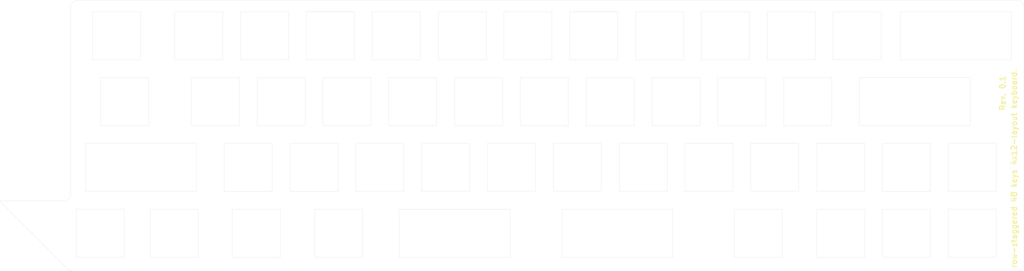
<source format=kicad_pcb>
(kicad_pcb (version 20171130) (host pcbnew "(5.1.0)-1")

  (general
    (thickness 1.6)
    (drawings 206)
    (tracks 0)
    (zones 0)
    (modules 5)
    (nets 1)
  )

  (page User 500.812 279.4)
  (layers
    (0 F.Cu signal)
    (31 B.Cu signal)
    (32 B.Adhes user)
    (33 F.Adhes user)
    (34 B.Paste user)
    (35 F.Paste user)
    (36 B.SilkS user)
    (37 F.SilkS user)
    (38 B.Mask user)
    (39 F.Mask user)
    (40 Dwgs.User user)
    (41 Cmts.User user)
    (42 Eco1.User user)
    (43 Eco2.User user)
    (44 Edge.Cuts user)
    (45 Margin user)
    (46 B.CrtYd user)
    (47 F.CrtYd user)
    (48 B.Fab user)
    (49 F.Fab user)
  )

  (setup
    (last_trace_width 0.25)
    (trace_clearance 0.2)
    (zone_clearance 0.508)
    (zone_45_only no)
    (trace_min 0.2)
    (via_size 0.8)
    (via_drill 0.4)
    (via_min_size 0.4)
    (via_min_drill 0.3)
    (uvia_size 0.3)
    (uvia_drill 0.1)
    (uvias_allowed no)
    (uvia_min_size 0.2)
    (uvia_min_drill 0.1)
    (edge_width 0.05)
    (segment_width 0.2)
    (pcb_text_width 0.3)
    (pcb_text_size 1.5 1.5)
    (mod_edge_width 0.12)
    (mod_text_size 1 1)
    (mod_text_width 0.15)
    (pad_size 1.524 1.524)
    (pad_drill 0.762)
    (pad_to_mask_clearance 0.051)
    (solder_mask_min_width 0.25)
    (aux_axis_origin 0 0)
    (visible_elements 7FFFFFFF)
    (pcbplotparams
      (layerselection 0x010f0_ffffffff)
      (usegerberextensions false)
      (usegerberattributes false)
      (usegerberadvancedattributes false)
      (creategerberjobfile false)
      (excludeedgelayer true)
      (linewidth 0.100000)
      (plotframeref false)
      (viasonmask false)
      (mode 1)
      (useauxorigin false)
      (hpglpennumber 1)
      (hpglpenspeed 20)
      (hpglpendiameter 15.000000)
      (psnegative false)
      (psa4output false)
      (plotreference true)
      (plotvalue true)
      (plotinvisibletext false)
      (padsonsilk true)
      (subtractmaskfromsilk false)
      (outputformat 1)
      (mirror false)
      (drillshape 0)
      (scaleselection 1)
      (outputdirectory "garb/front_plate/"))
  )

  (net 0 "")

  (net_class Default "これはデフォルトのネット クラスです。"
    (clearance 0.2)
    (trace_width 0.25)
    (via_dia 0.8)
    (via_drill 0.4)
    (uvia_dia 0.3)
    (uvia_drill 0.1)
  )

  (net_class GND ""
    (clearance 0.2)
    (trace_width 0.5)
    (via_dia 0.8)
    (via_drill 0.4)
    (uvia_dia 0.3)
    (uvia_drill 0.1)
  )

  (net_class VCC ""
    (clearance 0.2)
    (trace_width 0.5)
    (via_dia 0.8)
    (via_drill 0.4)
    (uvia_dia 0.3)
    (uvia_drill 0.1)
  )

  (module Ergodash_Rev1:hole_2.2mm (layer F.Cu) (tedit 5CCA168A) (tstamp 5CCA198B)
    (at 144.25 118.78)
    (fp_text reference " " (at 0 -2) (layer F.SilkS)
      (effects (font (size 1 1) (thickness 0.15)))
    )
    (fp_text value " " (at 0 -4.12) (layer F.Fab)
      (effects (font (size 1 1) (thickness 0.15)))
    )
    (pad "" np_thru_hole circle (at 0 0) (size 2.2 2.2) (drill 2.2) (layers *.Cu *.Mask)
      (clearance 0.1524))
  )

  (module Ergodash_Rev1:hole_2.2mm (layer F.Cu) (tedit 5CCA168A) (tstamp 5CCA1987)
    (at 298.3 158.92)
    (fp_text reference " " (at 0 -2) (layer F.SilkS)
      (effects (font (size 1 1) (thickness 0.15)))
    )
    (fp_text value " " (at 0 -4.12) (layer F.Fab)
      (effects (font (size 1 1) (thickness 0.15)))
    )
    (pad "" np_thru_hole circle (at 0 0) (size 2.2 2.2) (drill 2.2) (layers *.Cu *.Mask)
      (clearance 0.1524))
  )

  (module Ergodash_Rev1:hole_2.2mm (layer F.Cu) (tedit 5CCA168A) (tstamp 5CCA1983)
    (at 259.12 116.41)
    (fp_text reference " " (at 0 -2) (layer F.SilkS)
      (effects (font (size 1 1) (thickness 0.15)))
    )
    (fp_text value " " (at 0 -4.12) (layer F.Fab)
      (effects (font (size 1 1) (thickness 0.15)))
    )
    (pad "" np_thru_hole circle (at 0 0) (size 2.2 2.2) (drill 2.2) (layers *.Cu *.Mask)
      (clearance 0.1524))
  )

  (module Ergodash_Rev1:hole_2.2mm (layer F.Cu) (tedit 5CCA168A) (tstamp 5CCA197F)
    (at 181.03 156.17)
    (fp_text reference " " (at 0 -2) (layer F.SilkS)
      (effects (font (size 1 1) (thickness 0.15)))
    )
    (fp_text value " " (at 0 -4.12) (layer F.Fab)
      (effects (font (size 1 1) (thickness 0.15)))
    )
    (pad "" np_thru_hole circle (at 0 0) (size 2.2 2.2) (drill 2.2) (layers *.Cu *.Mask)
      (clearance 0.1524))
  )

  (module Ergodash_Rev1:hole_2.2mm (layer F.Cu) (tedit 5CCA168A) (tstamp 5CCA197B)
    (at 340.31 118.21)
    (fp_text reference " " (at 0 -2) (layer F.SilkS)
      (effects (font (size 1 1) (thickness 0.15)))
    )
    (fp_text value " " (at 0 -4.12) (layer F.Fab)
      (effects (font (size 1 1) (thickness 0.15)))
    )
    (pad "" np_thru_hole circle (at 0 0) (size 2.2 2.2) (drill 2.2) (layers *.Cu *.Mask)
      (clearance 0.1524))
  )

  (gr_arc (start 96.84 155.559412) (end 96.81 155.464706) (angle -121.8239532) (layer Edge.Cuts) (width 0.05))
  (gr_line (start 96.81 155.464706) (end 115.140588 155.464706) (layer Edge.Cuts) (width 0.05) (tstamp 5CC9B805))
  (gr_arc (start 115.140588 153.39) (end 115.140588 155.464706) (angle -90) (layer Edge.Cuts) (width 0.05) (tstamp 5CC9B7BD))
  (gr_line (start 117.215294 153.39) (end 117.215294 99.424706) (layer Edge.Cuts) (width 0.05) (tstamp 5CC9B792))
  (gr_line (start 389.416 100.725) (end 389.416 114.625) (layer Edge.Cuts) (width 0.05) (tstamp 5CC9F64A))
  (gr_line (start 357.316 100.725) (end 389.416 100.725) (layer Edge.Cuts) (width 0.05) (tstamp 5CC9F649))
  (gr_line (start 357.316 114.625) (end 389.416 114.625) (layer Edge.Cuts) (width 0.05) (tstamp 5CC9F648))
  (gr_line (start 357.316 114.625) (end 357.316 100.725) (layer Edge.Cuts) (width 0.05) (tstamp 5CC9F646))
  (gr_line (start 377.486 119.775) (end 377.486 133.675) (layer Edge.Cuts) (width 0.05) (tstamp 5CC9F64A))
  (gr_line (start 345.386 119.775) (end 377.486 119.775) (layer Edge.Cuts) (width 0.05) (tstamp 5CC9F649))
  (gr_line (start 345.386 133.675) (end 377.486 133.675) (layer Edge.Cuts) (width 0.05) (tstamp 5CC9F648))
  (gr_line (start 345.386 133.675) (end 345.386 119.775) (layer Edge.Cuts) (width 0.05) (tstamp 5CC9F646))
  (gr_line (start 153.586 138.825) (end 153.586 152.725) (layer Edge.Cuts) (width 0.05) (tstamp 5CC9F64A))
  (gr_line (start 121.486 138.825) (end 153.586 138.825) (layer Edge.Cuts) (width 0.05) (tstamp 5CC9F649))
  (gr_line (start 121.486 152.725) (end 153.586 152.725) (layer Edge.Cuts) (width 0.05) (tstamp 5CC9F648))
  (gr_line (start 121.486 152.725) (end 121.486 138.825) (layer Edge.Cuts) (width 0.05) (tstamp 5CC9F646))
  (gr_line (start 244.388 157.881) (end 244.388 171.781) (layer Edge.Cuts) (width 0.05) (tstamp 5CC9F5F9))
  (gr_line (start 212.288 157.881) (end 244.388 157.881) (layer Edge.Cuts) (width 0.05) (tstamp 5CC9F5F8))
  (gr_line (start 212.288 171.781) (end 244.388 171.781) (layer Edge.Cuts) (width 0.05) (tstamp 5CC9F5F7))
  (gr_line (start 212.288 171.781) (end 212.288 157.881) (layer Edge.Cuts) (width 0.05) (tstamp 5CC9F5F5))
  (gr_line (start 259.367 171.78) (end 291.467 171.78) (layer Edge.Cuts) (width 0.05) (tstamp 5CC9F5CE))
  (gr_line (start 259.367 171.78) (end 259.367 157.88) (layer Edge.Cuts) (width 0.05) (tstamp 5CC9F51B))
  (gr_line (start 259.367 157.88) (end 291.467 157.88) (layer Edge.Cuts) (width 0.05) (tstamp 5CC9F51A))
  (gr_line (start 291.467 157.88) (end 291.467 171.78) (layer Edge.Cuts) (width 0.05) (tstamp 5CC9F519))
  (gr_line (start 123.499 114.628) (end 137.399 114.628) (layer Edge.Cuts) (width 0.05) (tstamp 5CC9F51C))
  (gr_line (start 123.499 114.628) (end 123.499 100.728) (layer Edge.Cuts) (width 0.05) (tstamp 5CC9F51B))
  (gr_line (start 123.499 100.728) (end 137.399 100.728) (layer Edge.Cuts) (width 0.05) (tstamp 5CC9F51A))
  (gr_line (start 137.399 100.728) (end 137.399 114.628) (layer Edge.Cuts) (width 0.05) (tstamp 5CC9F519))
  (gr_line (start 125.88 133.678) (end 139.78 133.678) (layer Edge.Cuts) (width 0.05) (tstamp 5CC9F51C))
  (gr_line (start 125.88 133.678) (end 125.88 119.778) (layer Edge.Cuts) (width 0.05) (tstamp 5CC9F51B))
  (gr_line (start 125.88 119.778) (end 139.78 119.778) (layer Edge.Cuts) (width 0.05) (tstamp 5CC9F51A))
  (gr_line (start 139.78 119.778) (end 139.78 133.678) (layer Edge.Cuts) (width 0.05) (tstamp 5CC9F519))
  (gr_line (start 118.736 171.778) (end 132.636 171.778) (layer Edge.Cuts) (width 0.05) (tstamp 5CC9F51C))
  (gr_line (start 118.736 171.778) (end 118.736 157.878) (layer Edge.Cuts) (width 0.05) (tstamp 5CC9F51B))
  (gr_line (start 118.736 157.878) (end 132.636 157.878) (layer Edge.Cuts) (width 0.05) (tstamp 5CC9F51A))
  (gr_line (start 132.636 157.878) (end 132.636 171.778) (layer Edge.Cuts) (width 0.05) (tstamp 5CC9F519))
  (gr_line (start 140.168 171.779) (end 154.068 171.779) (layer Edge.Cuts) (width 0.05) (tstamp 5CC9F51C))
  (gr_line (start 140.168 171.779) (end 140.168 157.879) (layer Edge.Cuts) (width 0.05) (tstamp 5CC9F51B))
  (gr_line (start 140.168 157.879) (end 154.068 157.879) (layer Edge.Cuts) (width 0.05) (tstamp 5CC9F51A))
  (gr_line (start 154.068 157.879) (end 154.068 171.779) (layer Edge.Cuts) (width 0.05) (tstamp 5CC9F519))
  (gr_line (start 163.981 171.778) (end 177.881 171.778) (layer Edge.Cuts) (width 0.05) (tstamp 5CC9F51C))
  (gr_line (start 163.981 171.778) (end 163.981 157.878) (layer Edge.Cuts) (width 0.05) (tstamp 5CC9F51B))
  (gr_line (start 163.981 157.878) (end 177.881 157.878) (layer Edge.Cuts) (width 0.05) (tstamp 5CC9F51A))
  (gr_line (start 177.881 157.878) (end 177.881 171.778) (layer Edge.Cuts) (width 0.05) (tstamp 5CC9F519))
  (gr_line (start 147.316 100.729) (end 161.216 100.729) (layer Edge.Cuts) (width 0.05) (tstamp 5CC9F479))
  (gr_line (start 166.371 114.629) (end 166.371 100.729) (layer Edge.Cuts) (width 0.05) (tstamp 5CC9F478))
  (gr_line (start 185.416 114.631) (end 185.416 100.731) (layer Edge.Cuts) (width 0.05) (tstamp 5CC9F477))
  (gr_line (start 218.372 100.728) (end 218.372 114.628) (layer Edge.Cuts) (width 0.05) (tstamp 5CC9F476))
  (gr_line (start 204.472 100.728) (end 218.372 100.728) (layer Edge.Cuts) (width 0.05) (tstamp 5CC9F475))
  (gr_line (start 166.371 114.629) (end 180.271 114.629) (layer Edge.Cuts) (width 0.05) (tstamp 5CC9F474))
  (gr_line (start 180.271 100.729) (end 180.271 114.629) (layer Edge.Cuts) (width 0.05) (tstamp 5CC9F473))
  (gr_line (start 199.316 100.731) (end 199.316 114.631) (layer Edge.Cuts) (width 0.05) (tstamp 5CC9F472))
  (gr_line (start 185.416 114.631) (end 199.316 114.631) (layer Edge.Cuts) (width 0.05) (tstamp 5CC9F471))
  (gr_line (start 166.371 100.729) (end 180.271 100.729) (layer Edge.Cuts) (width 0.05) (tstamp 5CC9F470))
  (gr_line (start 185.416 100.731) (end 199.316 100.731) (layer Edge.Cuts) (width 0.05) (tstamp 5CC9F46F))
  (gr_line (start 147.316 114.629) (end 147.316 100.729) (layer Edge.Cuts) (width 0.05) (tstamp 5CC9F46E))
  (gr_line (start 161.216 100.729) (end 161.216 114.629) (layer Edge.Cuts) (width 0.05) (tstamp 5CC9F46D))
  (gr_line (start 204.472 114.628) (end 204.472 100.728) (layer Edge.Cuts) (width 0.05) (tstamp 5CC9F46C))
  (gr_line (start 204.472 114.628) (end 218.372 114.628) (layer Edge.Cuts) (width 0.05) (tstamp 5CC9F46B))
  (gr_line (start 147.316 114.629) (end 161.216 114.629) (layer Edge.Cuts) (width 0.05) (tstamp 5CC9F46A))
  (gr_line (start 351.71 100.729) (end 351.71 114.629) (layer Edge.Cuts) (width 0.05) (tstamp 5CC9F469))
  (gr_line (start 223.517 100.728) (end 237.417 100.728) (layer Edge.Cuts) (width 0.05) (tstamp 5CC9F468))
  (gr_line (start 280.673 114.627) (end 280.673 100.727) (layer Edge.Cuts) (width 0.05) (tstamp 5CC9F467))
  (gr_line (start 294.573 100.727) (end 294.573 114.627) (layer Edge.Cuts) (width 0.05) (tstamp 5CC9F466))
  (gr_line (start 275.517 100.73) (end 275.517 114.63) (layer Edge.Cuts) (width 0.05) (tstamp 5CC9F465))
  (gr_line (start 261.617 114.63) (end 275.517 114.63) (layer Edge.Cuts) (width 0.05) (tstamp 5CC9F464))
  (gr_line (start 261.617 114.63) (end 261.617 100.73) (layer Edge.Cuts) (width 0.05) (tstamp 5CC9F463))
  (gr_line (start 318.765 114.627) (end 332.665 114.627) (layer Edge.Cuts) (width 0.05) (tstamp 5CC9F462))
  (gr_line (start 337.81 100.729) (end 351.71 100.729) (layer Edge.Cuts) (width 0.05) (tstamp 5CC9F461))
  (gr_line (start 256.472 100.728) (end 256.472 114.628) (layer Edge.Cuts) (width 0.05) (tstamp 5CC9F460))
  (gr_line (start 299.71 114.627) (end 299.71 100.727) (layer Edge.Cuts) (width 0.05) (tstamp 5CC9F45F))
  (gr_line (start 332.665 100.727) (end 332.665 114.627) (layer Edge.Cuts) (width 0.05) (tstamp 5CC9F45E))
  (gr_line (start 337.81 114.629) (end 351.71 114.629) (layer Edge.Cuts) (width 0.05) (tstamp 5CC9F45D))
  (gr_line (start 242.572 114.628) (end 256.472 114.628) (layer Edge.Cuts) (width 0.05) (tstamp 5CC9F45C))
  (gr_line (start 261.617 100.73) (end 275.517 100.73) (layer Edge.Cuts) (width 0.05) (tstamp 5CC9F45B))
  (gr_line (start 223.517 114.628) (end 223.517 100.728) (layer Edge.Cuts) (width 0.05) (tstamp 5CC9F45A))
  (gr_line (start 318.765 114.627) (end 318.765 100.727) (layer Edge.Cuts) (width 0.05) (tstamp 5CC9F459))
  (gr_line (start 242.572 114.628) (end 242.572 100.728) (layer Edge.Cuts) (width 0.05) (tstamp 5CC9F458))
  (gr_line (start 280.673 114.627) (end 294.573 114.627) (layer Edge.Cuts) (width 0.05) (tstamp 5CC9F457))
  (gr_line (start 237.417 100.728) (end 237.417 114.628) (layer Edge.Cuts) (width 0.05) (tstamp 5CC9F456))
  (gr_line (start 299.71 100.727) (end 313.61 100.727) (layer Edge.Cuts) (width 0.05) (tstamp 5CC9F455))
  (gr_line (start 242.572 100.728) (end 256.472 100.728) (layer Edge.Cuts) (width 0.05) (tstamp 5CC9F454))
  (gr_line (start 223.517 114.628) (end 237.417 114.628) (layer Edge.Cuts) (width 0.05) (tstamp 5CC9F453))
  (gr_line (start 313.61 100.727) (end 313.61 114.627) (layer Edge.Cuts) (width 0.05) (tstamp 5CC9F452))
  (gr_line (start 318.765 100.727) (end 332.665 100.727) (layer Edge.Cuts) (width 0.05) (tstamp 5CC9F451))
  (gr_line (start 299.71 114.627) (end 313.61 114.627) (layer Edge.Cuts) (width 0.05) (tstamp 5CC9F450))
  (gr_line (start 337.81 114.629) (end 337.81 100.729) (layer Edge.Cuts) (width 0.05) (tstamp 5CC9F44F))
  (gr_line (start 280.673 100.727) (end 294.573 100.727) (layer Edge.Cuts) (width 0.05) (tstamp 5CC9F44E))
  (gr_line (start 152.076 119.781) (end 165.976 119.781) (layer Edge.Cuts) (width 0.05) (tstamp 5CC9F3E4))
  (gr_line (start 171.131 133.681) (end 171.131 119.781) (layer Edge.Cuts) (width 0.05) (tstamp 5CC9F3E3))
  (gr_line (start 190.176 133.683) (end 190.176 119.783) (layer Edge.Cuts) (width 0.05) (tstamp 5CC9F3E2))
  (gr_line (start 223.132 119.78) (end 223.132 133.68) (layer Edge.Cuts) (width 0.05) (tstamp 5CC9F3E1))
  (gr_line (start 209.232 119.78) (end 223.132 119.78) (layer Edge.Cuts) (width 0.05) (tstamp 5CC9F3E0))
  (gr_line (start 171.131 133.681) (end 185.031 133.681) (layer Edge.Cuts) (width 0.05) (tstamp 5CC9F3DF))
  (gr_line (start 185.031 119.781) (end 185.031 133.681) (layer Edge.Cuts) (width 0.05) (tstamp 5CC9F3DE))
  (gr_line (start 204.076 119.783) (end 204.076 133.683) (layer Edge.Cuts) (width 0.05) (tstamp 5CC9F3DD))
  (gr_line (start 190.176 133.683) (end 204.076 133.683) (layer Edge.Cuts) (width 0.05) (tstamp 5CC9F3DC))
  (gr_line (start 171.131 119.781) (end 185.031 119.781) (layer Edge.Cuts) (width 0.05) (tstamp 5CC9F3DB))
  (gr_line (start 190.176 119.783) (end 204.076 119.783) (layer Edge.Cuts) (width 0.05) (tstamp 5CC9F3DA))
  (gr_line (start 152.076 133.681) (end 152.076 119.781) (layer Edge.Cuts) (width 0.05) (tstamp 5CC9F3D9))
  (gr_line (start 165.976 119.781) (end 165.976 133.681) (layer Edge.Cuts) (width 0.05) (tstamp 5CC9F3D8))
  (gr_line (start 209.232 133.68) (end 209.232 119.78) (layer Edge.Cuts) (width 0.05) (tstamp 5CC9F3D7))
  (gr_line (start 209.232 133.68) (end 223.132 133.68) (layer Edge.Cuts) (width 0.05) (tstamp 5CC9F3D6))
  (gr_line (start 152.076 133.681) (end 165.976 133.681) (layer Edge.Cuts) (width 0.05) (tstamp 5CC9F3D5))
  (gr_line (start 228.277 119.78) (end 242.177 119.78) (layer Edge.Cuts) (width 0.05) (tstamp 5CC9F3D4))
  (gr_line (start 285.433 133.679) (end 285.433 119.779) (layer Edge.Cuts) (width 0.05) (tstamp 5CC9F3D3))
  (gr_line (start 299.333 119.779) (end 299.333 133.679) (layer Edge.Cuts) (width 0.05) (tstamp 5CC9F3D2))
  (gr_line (start 280.277 119.782) (end 280.277 133.682) (layer Edge.Cuts) (width 0.05) (tstamp 5CC9F3D1))
  (gr_line (start 266.377 133.682) (end 280.277 133.682) (layer Edge.Cuts) (width 0.05) (tstamp 5CC9F3D0))
  (gr_line (start 266.377 133.682) (end 266.377 119.782) (layer Edge.Cuts) (width 0.05) (tstamp 5CC9F3CF))
  (gr_line (start 323.525 133.679) (end 337.425 133.679) (layer Edge.Cuts) (width 0.05) (tstamp 5CC9F3CE))
  (gr_line (start 261.232 119.78) (end 261.232 133.68) (layer Edge.Cuts) (width 0.05) (tstamp 5CC9F3CD))
  (gr_line (start 304.47 133.679) (end 304.47 119.779) (layer Edge.Cuts) (width 0.05) (tstamp 5CC9F3CC))
  (gr_line (start 337.425 119.779) (end 337.425 133.679) (layer Edge.Cuts) (width 0.05) (tstamp 5CC9F3CB))
  (gr_line (start 247.332 133.68) (end 261.232 133.68) (layer Edge.Cuts) (width 0.05) (tstamp 5CC9F3CA))
  (gr_line (start 266.377 119.782) (end 280.277 119.782) (layer Edge.Cuts) (width 0.05) (tstamp 5CC9F3C9))
  (gr_line (start 228.277 133.68) (end 228.277 119.78) (layer Edge.Cuts) (width 0.05) (tstamp 5CC9F3C8))
  (gr_line (start 323.525 133.679) (end 323.525 119.779) (layer Edge.Cuts) (width 0.05) (tstamp 5CC9F3C7))
  (gr_line (start 247.332 133.68) (end 247.332 119.78) (layer Edge.Cuts) (width 0.05) (tstamp 5CC9F3C6))
  (gr_line (start 285.433 133.679) (end 299.333 133.679) (layer Edge.Cuts) (width 0.05) (tstamp 5CC9F3C5))
  (gr_line (start 242.177 119.78) (end 242.177 133.68) (layer Edge.Cuts) (width 0.05) (tstamp 5CC9F3C4))
  (gr_line (start 304.47 119.779) (end 318.37 119.779) (layer Edge.Cuts) (width 0.05) (tstamp 5CC9F3C3))
  (gr_line (start 247.332 119.78) (end 261.232 119.78) (layer Edge.Cuts) (width 0.05) (tstamp 5CC9F3C2))
  (gr_line (start 228.277 133.68) (end 242.177 133.68) (layer Edge.Cuts) (width 0.05) (tstamp 5CC9F3C1))
  (gr_line (start 318.37 119.779) (end 318.37 133.679) (layer Edge.Cuts) (width 0.05) (tstamp 5CC9F3C0))
  (gr_line (start 323.525 119.779) (end 337.425 119.779) (layer Edge.Cuts) (width 0.05) (tstamp 5CC9F3BF))
  (gr_line (start 304.47 133.679) (end 318.37 133.679) (layer Edge.Cuts) (width 0.05) (tstamp 5CC9F3BE))
  (gr_line (start 285.433 119.779) (end 299.333 119.779) (layer Edge.Cuts) (width 0.05) (tstamp 5CC9F3BD))
  (gr_line (start 213.6 138.832) (end 213.6 152.732) (layer Edge.Cuts) (width 0.05) (tstamp 5CC9F355))
  (gr_line (start 180.655 152.73) (end 194.555 152.73) (layer Edge.Cuts) (width 0.05) (tstamp 5CC9F354))
  (gr_line (start 199.7 138.832) (end 213.6 138.832) (layer Edge.Cuts) (width 0.05) (tstamp 5CC9F353))
  (gr_line (start 161.6 152.73) (end 161.6 138.83) (layer Edge.Cuts) (width 0.05) (tstamp 5CC9F352))
  (gr_line (start 194.555 138.83) (end 194.555 152.73) (layer Edge.Cuts) (width 0.05) (tstamp 5CC9F351))
  (gr_line (start 199.7 152.732) (end 213.6 152.732) (layer Edge.Cuts) (width 0.05) (tstamp 5CC9F350))
  (gr_line (start 180.655 152.73) (end 180.655 138.83) (layer Edge.Cuts) (width 0.05) (tstamp 5CC9F34F))
  (gr_line (start 161.6 138.83) (end 175.5 138.83) (layer Edge.Cuts) (width 0.05) (tstamp 5CC9F34E))
  (gr_line (start 175.5 138.83) (end 175.5 152.73) (layer Edge.Cuts) (width 0.05) (tstamp 5CC9F34D))
  (gr_line (start 180.655 138.83) (end 194.555 138.83) (layer Edge.Cuts) (width 0.05) (tstamp 5CC9F34C))
  (gr_line (start 161.6 152.73) (end 175.5 152.73) (layer Edge.Cuts) (width 0.05) (tstamp 5CC9F34B))
  (gr_line (start 199.7 152.732) (end 199.7 138.832) (layer Edge.Cuts) (width 0.05) (tstamp 5CC9F34A))
  (gr_line (start 218.756 152.729) (end 218.756 138.829) (layer Edge.Cuts) (width 0.05) (tstamp 5CC9F349))
  (gr_line (start 218.756 152.729) (end 232.656 152.729) (layer Edge.Cuts) (width 0.05) (tstamp 5CC9F348))
  (gr_line (start 232.656 138.829) (end 232.656 152.729) (layer Edge.Cuts) (width 0.05) (tstamp 5CC9F347))
  (gr_line (start 218.756 138.829) (end 232.656 138.829) (layer Edge.Cuts) (width 0.05) (tstamp 5CC9F346))
  (gr_line (start 289.801 138.831) (end 289.801 152.731) (layer Edge.Cuts) (width 0.05) (tstamp 5CC9F355))
  (gr_line (start 256.856 152.729) (end 270.756 152.729) (layer Edge.Cuts) (width 0.05) (tstamp 5CC9F354))
  (gr_line (start 275.901 138.831) (end 289.801 138.831) (layer Edge.Cuts) (width 0.05) (tstamp 5CC9F353))
  (gr_line (start 237.801 152.729) (end 237.801 138.829) (layer Edge.Cuts) (width 0.05) (tstamp 5CC9F352))
  (gr_line (start 270.756 138.829) (end 270.756 152.729) (layer Edge.Cuts) (width 0.05) (tstamp 5CC9F351))
  (gr_line (start 275.901 152.731) (end 289.801 152.731) (layer Edge.Cuts) (width 0.05) (tstamp 5CC9F350))
  (gr_line (start 256.856 152.729) (end 256.856 138.829) (layer Edge.Cuts) (width 0.05) (tstamp 5CC9F34F))
  (gr_line (start 237.801 138.829) (end 251.701 138.829) (layer Edge.Cuts) (width 0.05) (tstamp 5CC9F34E))
  (gr_line (start 251.701 138.829) (end 251.701 152.729) (layer Edge.Cuts) (width 0.05) (tstamp 5CC9F34D))
  (gr_line (start 256.856 138.829) (end 270.756 138.829) (layer Edge.Cuts) (width 0.05) (tstamp 5CC9F34C))
  (gr_line (start 237.801 152.729) (end 251.701 152.729) (layer Edge.Cuts) (width 0.05) (tstamp 5CC9F34B))
  (gr_line (start 275.901 152.731) (end 275.901 138.831) (layer Edge.Cuts) (width 0.05) (tstamp 5CC9F34A))
  (gr_line (start 294.957 152.728) (end 294.957 138.828) (layer Edge.Cuts) (width 0.05) (tstamp 5CC9F349))
  (gr_line (start 294.957 152.728) (end 308.857 152.728) (layer Edge.Cuts) (width 0.05) (tstamp 5CC9F348))
  (gr_line (start 308.857 138.828) (end 308.857 152.728) (layer Edge.Cuts) (width 0.05) (tstamp 5CC9F347))
  (gr_line (start 294.957 138.828) (end 308.857 138.828) (layer Edge.Cuts) (width 0.05) (tstamp 5CC9F346))
  (gr_line (start 333.049 152.728) (end 333.049 138.828) (layer Edge.Cuts) (width 0.05) (tstamp 5CC9F2FF))
  (gr_line (start 346.949 138.828) (end 346.949 152.728) (layer Edge.Cuts) (width 0.05) (tstamp 5CC9F2FE))
  (gr_line (start 333.049 138.828) (end 346.949 138.828) (layer Edge.Cuts) (width 0.05) (tstamp 5CC9F2FD))
  (gr_line (start 327.894 138.828) (end 327.894 152.728) (layer Edge.Cuts) (width 0.05) (tstamp 5CC9F2FC))
  (gr_line (start 352.094 152.73) (end 365.994 152.73) (layer Edge.Cuts) (width 0.05) (tstamp 5CC9F2FB))
  (gr_line (start 352.094 138.83) (end 365.994 138.83) (layer Edge.Cuts) (width 0.05) (tstamp 5CC9F2FA))
  (gr_line (start 365.994 138.83) (end 365.994 152.73) (layer Edge.Cuts) (width 0.05) (tstamp 5CC9F2F9))
  (gr_line (start 313.994 152.728) (end 327.894 152.728) (layer Edge.Cuts) (width 0.05) (tstamp 5CC9F2F8))
  (gr_line (start 333.049 152.728) (end 346.949 152.728) (layer Edge.Cuts) (width 0.05) (tstamp 5CC9F2F7))
  (gr_line (start 313.994 152.728) (end 313.994 138.828) (layer Edge.Cuts) (width 0.05) (tstamp 5CC9F2F6))
  (gr_line (start 313.994 138.828) (end 327.894 138.828) (layer Edge.Cuts) (width 0.05) (tstamp 5CC9F2F5))
  (gr_line (start 352.094 152.73) (end 352.094 138.83) (layer Edge.Cuts) (width 0.05) (tstamp 5CC9F2F4))
  (gr_line (start 385.05 138.827) (end 385.05 152.727) (layer Edge.Cuts) (width 0.05) (tstamp 5CC9F2AC))
  (gr_line (start 371.15 152.727) (end 371.15 138.827) (layer Edge.Cuts) (width 0.05) (tstamp 5CC9F2AB))
  (gr_line (start 371.15 138.827) (end 385.05 138.827) (layer Edge.Cuts) (width 0.05) (tstamp 5CC9F2AA))
  (gr_line (start 371.15 152.727) (end 385.05 152.727) (layer Edge.Cuts) (width 0.05) (tstamp 5CC9F2A9))
  (gr_line (start 385.048 157.88) (end 385.048 171.78) (layer Edge.Cuts) (width 0.05) (tstamp 5CC9F2AC))
  (gr_line (start 371.148 171.78) (end 371.148 157.88) (layer Edge.Cuts) (width 0.05) (tstamp 5CC9F2AB))
  (gr_line (start 371.148 157.88) (end 385.048 157.88) (layer Edge.Cuts) (width 0.05) (tstamp 5CC9F2AA))
  (gr_line (start 371.148 171.78) (end 385.048 171.78) (layer Edge.Cuts) (width 0.05) (tstamp 5CC9F2A9))
  (gr_line (start 366.003 157.878) (end 366.003 171.778) (layer Edge.Cuts) (width 0.05) (tstamp 5CC9F2AC))
  (gr_line (start 352.103 171.778) (end 352.103 157.878) (layer Edge.Cuts) (width 0.05) (tstamp 5CC9F2AB))
  (gr_line (start 352.103 157.878) (end 366.003 157.878) (layer Edge.Cuts) (width 0.05) (tstamp 5CC9F2AA))
  (gr_line (start 352.103 171.778) (end 366.003 171.778) (layer Edge.Cuts) (width 0.05) (tstamp 5CC9F2A9))
  (gr_line (start 346.948 157.878) (end 346.948 171.778) (layer Edge.Cuts) (width 0.05) (tstamp 5CC9F2AC))
  (gr_line (start 333.048 171.778) (end 333.048 157.878) (layer Edge.Cuts) (width 0.05) (tstamp 5CC9F2AB))
  (gr_line (start 333.048 157.878) (end 346.948 157.878) (layer Edge.Cuts) (width 0.05) (tstamp 5CC9F2AA))
  (gr_line (start 333.048 171.778) (end 346.948 171.778) (layer Edge.Cuts) (width 0.05) (tstamp 5CC9F2A9))
  (gr_line (start 309.227 157.889) (end 323.127 157.889) (layer Edge.Cuts) (width 0.05) (tstamp 5CC9F27D))
  (gr_line (start 309.227 171.789) (end 323.127 171.789) (layer Edge.Cuts) (width 0.05) (tstamp 5CC9F27A))
  (gr_line (start 323.127 157.889) (end 323.127 171.789) (layer Edge.Cuts) (width 0.05) (tstamp 5CC9F279))
  (gr_line (start 309.227 171.789) (end 309.227 157.889) (layer Edge.Cuts) (width 0.05) (tstamp 5CC9F278))
  (gr_line (start 201.69 157.88) (end 201.69 171.78) (layer Edge.Cuts) (width 0.05) (tstamp 5CC9F198))
  (gr_line (start 187.79 171.78) (end 187.79 157.88) (layer Edge.Cuts) (width 0.05) (tstamp 5CC9F198))
  (gr_line (start 187.79 157.88) (end 201.69 157.88) (layer Edge.Cuts) (width 0.05) (tstamp 5CC9F194))
  (gr_line (start 187.79 171.78) (end 201.69 171.78) (layer Edge.Cuts) (width 0.05))
  (gr_arc (start 118.22 172.721154) (end 116.042927 174.898227) (angle -45) (layer Edge.Cuts) (width 0.05))
  (gr_line (start 96.77535 155.634842) (end 116.042927 174.898227) (layer Edge.Cuts) (width 0.05) (tstamp 5CB198FC))
  (gr_text "Rev. 0.1" (at 386.9 124.27 90) (layer F.SilkS)
    (effects (font (size 1.6 1.6) (thickness 0.3)))
  )
  (gr_text "row-staggered 48 keys 4x12-layout keyboard." (at 390.22 146.11 90) (layer F.SilkS)
    (effects (font (size 1.6 1.6) (thickness 0.3)))
  )
  (gr_arc (start 390.995294 173.715294) (end 390.995294 175.8) (angle -90) (layer Edge.Cuts) (width 0.05) (tstamp 5CAF3B93))
  (gr_arc (start 390.995294 99.434706) (end 393.08 99.434706) (angle -90) (layer Edge.Cuts) (width 0.05) (tstamp 5CAF3B7F))
  (gr_arc (start 119.29 99.424706) (end 119.29 97.35) (angle -90) (layer Edge.Cuts) (width 0.05) (tstamp 5CAF3B6B))
  (gr_line (start 390.995294 97.35) (end 119.29 97.35) (layer Edge.Cuts) (width 0.05))
  (gr_line (start 393.08 173.715294) (end 393.08 99.434706) (layer Edge.Cuts) (width 0.05))
  (gr_line (start 118.22 175.8) (end 390.995294 175.8) (layer Edge.Cuts) (width 0.05))

)

</source>
